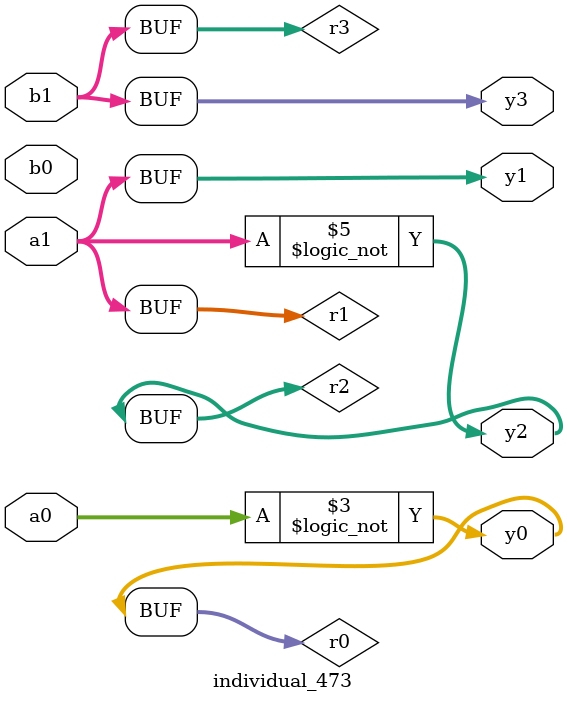
<source format=sv>
module individual_473(input logic [15:0] a1, input logic [15:0] a0, input logic [15:0] b1, input logic [15:0] b0, output logic [15:0] y3, output logic [15:0] y2, output logic [15:0] y1, output logic [15:0] y0);
logic [15:0] r0, r1, r2, r3; 
 always@(*) begin 
	 r0 = a0; r1 = a1; r2 = b0; r3 = b1; 
 	 r2  |=  r0 ;
 	 r0 = ! a0 ;
 	 r2  |=  r2 ;
 	 r2 = ! a1 ;
 	 y3 = r3; y2 = r2; y1 = r1; y0 = r0; 
end
endmodule
</source>
